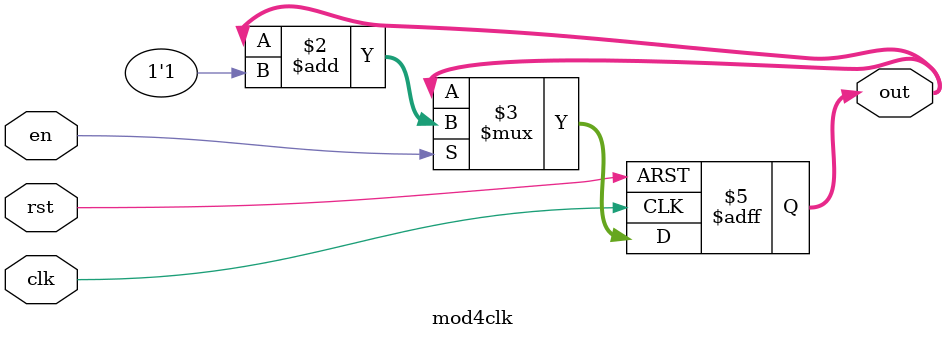
<source format=v>
`timescale 1ns / 1ps
`timescale 1ns / 1ps
//////////////////////////////////////////////////////////////////////////////////
// Company: 
// Engineer: 
// 
// Create Date:    15:18:13 10/17/2017 
// Design Name: 
// Module Name:    cnt1dek 
// Project Name: 
// Target Devices: 
// Tool versions: 
// Description: 
//
// Dependencies: 
//
// Revision: 
// Revision 0.01 - File Created
// Additional Comments: 
//
//////////////////////////////////////////////////////////////////////////////////
module mod4clk(
    input clk,
    input rst,
    input en,
    output reg [1:0] out
    );

always @(posedge clk, posedge rst)
	if(rst)
		out<=2'b0;
	else if(en)
		out<=out+1'b1;
endmodule


</source>
